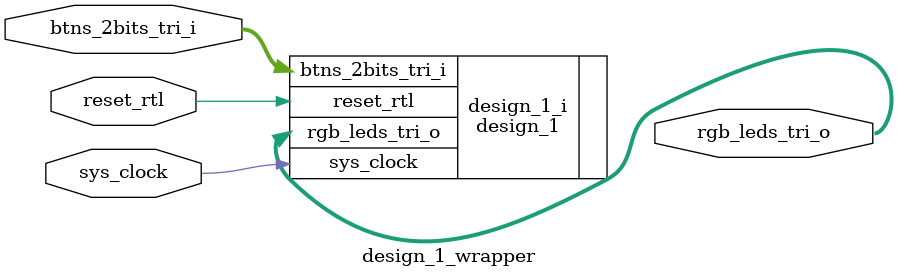
<source format=v>
`timescale 1 ps / 1 ps

module design_1_wrapper
   (btns_2bits_tri_i,
    reset_rtl,
    rgb_leds_tri_o,
    sys_clock);
  input [1:0]btns_2bits_tri_i;
  input reset_rtl;
  output [5:0]rgb_leds_tri_o;
  input sys_clock;

  wire [1:0]btns_2bits_tri_i;
  wire reset_rtl;
  wire [5:0]rgb_leds_tri_o;
  wire sys_clock;

  design_1 design_1_i
       (.btns_2bits_tri_i(btns_2bits_tri_i),
        .reset_rtl(reset_rtl),
        .rgb_leds_tri_o(rgb_leds_tri_o),
        .sys_clock(sys_clock));
endmodule

</source>
